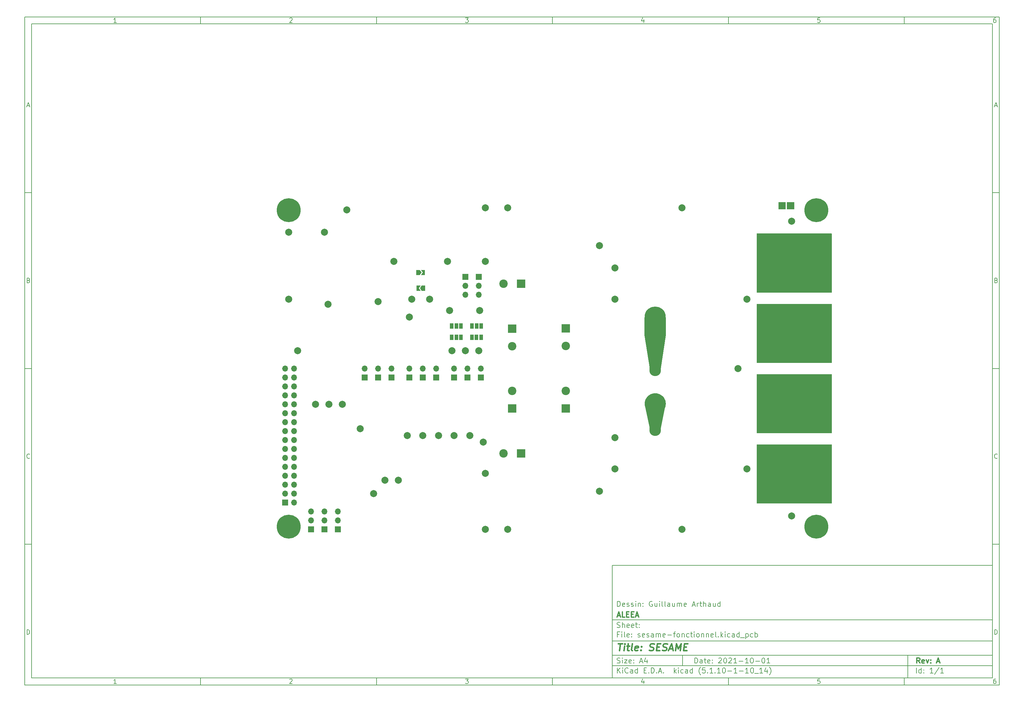
<source format=gbr>
%TF.GenerationSoftware,KiCad,Pcbnew,(5.1.10-1-10_14)*%
%TF.CreationDate,2021-10-01T13:06:55+02:00*%
%TF.ProjectId,sesame-fonctionnel,73657361-6d65-42d6-966f-6e6374696f6e,A*%
%TF.SameCoordinates,Original*%
%TF.FileFunction,Soldermask,Bot*%
%TF.FilePolarity,Negative*%
%FSLAX46Y46*%
G04 Gerber Fmt 4.6, Leading zero omitted, Abs format (unit mm)*
G04 Created by KiCad (PCBNEW (5.1.10-1-10_14)) date 2021-10-01 13:06:55*
%MOMM*%
%LPD*%
G01*
G04 APERTURE LIST*
%ADD10C,0.100000*%
%ADD11C,0.150000*%
%ADD12C,0.300000*%
%ADD13C,0.400000*%
%ADD14C,6.000000*%
%ADD15C,3.000000*%
%ADD16O,3.300000X4.300000*%
%ADD17R,1.000000X1.500000*%
%ADD18C,2.000000*%
%ADD19C,6.800000*%
%ADD20O,1.700000X1.700000*%
%ADD21R,1.700000X1.700000*%
%ADD22C,2.400000*%
%ADD23R,2.400000X2.400000*%
G04 APERTURE END LIST*
D10*
D11*
X177002200Y-166007200D02*
X177002200Y-198007200D01*
X285002200Y-198007200D01*
X285002200Y-166007200D01*
X177002200Y-166007200D01*
D10*
D11*
X10000000Y-10000000D02*
X10000000Y-200007200D01*
X287002200Y-200007200D01*
X287002200Y-10000000D01*
X10000000Y-10000000D01*
D10*
D11*
X12000000Y-12000000D02*
X12000000Y-198007200D01*
X285002200Y-198007200D01*
X285002200Y-12000000D01*
X12000000Y-12000000D01*
D10*
D11*
X60000000Y-12000000D02*
X60000000Y-10000000D01*
D10*
D11*
X110000000Y-12000000D02*
X110000000Y-10000000D01*
D10*
D11*
X160000000Y-12000000D02*
X160000000Y-10000000D01*
D10*
D11*
X210000000Y-12000000D02*
X210000000Y-10000000D01*
D10*
D11*
X260000000Y-12000000D02*
X260000000Y-10000000D01*
D10*
D11*
X36065476Y-11588095D02*
X35322619Y-11588095D01*
X35694047Y-11588095D02*
X35694047Y-10288095D01*
X35570238Y-10473809D01*
X35446428Y-10597619D01*
X35322619Y-10659523D01*
D10*
D11*
X85322619Y-10411904D02*
X85384523Y-10350000D01*
X85508333Y-10288095D01*
X85817857Y-10288095D01*
X85941666Y-10350000D01*
X86003571Y-10411904D01*
X86065476Y-10535714D01*
X86065476Y-10659523D01*
X86003571Y-10845238D01*
X85260714Y-11588095D01*
X86065476Y-11588095D01*
D10*
D11*
X135260714Y-10288095D02*
X136065476Y-10288095D01*
X135632142Y-10783333D01*
X135817857Y-10783333D01*
X135941666Y-10845238D01*
X136003571Y-10907142D01*
X136065476Y-11030952D01*
X136065476Y-11340476D01*
X136003571Y-11464285D01*
X135941666Y-11526190D01*
X135817857Y-11588095D01*
X135446428Y-11588095D01*
X135322619Y-11526190D01*
X135260714Y-11464285D01*
D10*
D11*
X185941666Y-10721428D02*
X185941666Y-11588095D01*
X185632142Y-10226190D02*
X185322619Y-11154761D01*
X186127380Y-11154761D01*
D10*
D11*
X236003571Y-10288095D02*
X235384523Y-10288095D01*
X235322619Y-10907142D01*
X235384523Y-10845238D01*
X235508333Y-10783333D01*
X235817857Y-10783333D01*
X235941666Y-10845238D01*
X236003571Y-10907142D01*
X236065476Y-11030952D01*
X236065476Y-11340476D01*
X236003571Y-11464285D01*
X235941666Y-11526190D01*
X235817857Y-11588095D01*
X235508333Y-11588095D01*
X235384523Y-11526190D01*
X235322619Y-11464285D01*
D10*
D11*
X285941666Y-10288095D02*
X285694047Y-10288095D01*
X285570238Y-10350000D01*
X285508333Y-10411904D01*
X285384523Y-10597619D01*
X285322619Y-10845238D01*
X285322619Y-11340476D01*
X285384523Y-11464285D01*
X285446428Y-11526190D01*
X285570238Y-11588095D01*
X285817857Y-11588095D01*
X285941666Y-11526190D01*
X286003571Y-11464285D01*
X286065476Y-11340476D01*
X286065476Y-11030952D01*
X286003571Y-10907142D01*
X285941666Y-10845238D01*
X285817857Y-10783333D01*
X285570238Y-10783333D01*
X285446428Y-10845238D01*
X285384523Y-10907142D01*
X285322619Y-11030952D01*
D10*
D11*
X60000000Y-198007200D02*
X60000000Y-200007200D01*
D10*
D11*
X110000000Y-198007200D02*
X110000000Y-200007200D01*
D10*
D11*
X160000000Y-198007200D02*
X160000000Y-200007200D01*
D10*
D11*
X210000000Y-198007200D02*
X210000000Y-200007200D01*
D10*
D11*
X260000000Y-198007200D02*
X260000000Y-200007200D01*
D10*
D11*
X36065476Y-199595295D02*
X35322619Y-199595295D01*
X35694047Y-199595295D02*
X35694047Y-198295295D01*
X35570238Y-198481009D01*
X35446428Y-198604819D01*
X35322619Y-198666723D01*
D10*
D11*
X85322619Y-198419104D02*
X85384523Y-198357200D01*
X85508333Y-198295295D01*
X85817857Y-198295295D01*
X85941666Y-198357200D01*
X86003571Y-198419104D01*
X86065476Y-198542914D01*
X86065476Y-198666723D01*
X86003571Y-198852438D01*
X85260714Y-199595295D01*
X86065476Y-199595295D01*
D10*
D11*
X135260714Y-198295295D02*
X136065476Y-198295295D01*
X135632142Y-198790533D01*
X135817857Y-198790533D01*
X135941666Y-198852438D01*
X136003571Y-198914342D01*
X136065476Y-199038152D01*
X136065476Y-199347676D01*
X136003571Y-199471485D01*
X135941666Y-199533390D01*
X135817857Y-199595295D01*
X135446428Y-199595295D01*
X135322619Y-199533390D01*
X135260714Y-199471485D01*
D10*
D11*
X185941666Y-198728628D02*
X185941666Y-199595295D01*
X185632142Y-198233390D02*
X185322619Y-199161961D01*
X186127380Y-199161961D01*
D10*
D11*
X236003571Y-198295295D02*
X235384523Y-198295295D01*
X235322619Y-198914342D01*
X235384523Y-198852438D01*
X235508333Y-198790533D01*
X235817857Y-198790533D01*
X235941666Y-198852438D01*
X236003571Y-198914342D01*
X236065476Y-199038152D01*
X236065476Y-199347676D01*
X236003571Y-199471485D01*
X235941666Y-199533390D01*
X235817857Y-199595295D01*
X235508333Y-199595295D01*
X235384523Y-199533390D01*
X235322619Y-199471485D01*
D10*
D11*
X285941666Y-198295295D02*
X285694047Y-198295295D01*
X285570238Y-198357200D01*
X285508333Y-198419104D01*
X285384523Y-198604819D01*
X285322619Y-198852438D01*
X285322619Y-199347676D01*
X285384523Y-199471485D01*
X285446428Y-199533390D01*
X285570238Y-199595295D01*
X285817857Y-199595295D01*
X285941666Y-199533390D01*
X286003571Y-199471485D01*
X286065476Y-199347676D01*
X286065476Y-199038152D01*
X286003571Y-198914342D01*
X285941666Y-198852438D01*
X285817857Y-198790533D01*
X285570238Y-198790533D01*
X285446428Y-198852438D01*
X285384523Y-198914342D01*
X285322619Y-199038152D01*
D10*
D11*
X10000000Y-60000000D02*
X12000000Y-60000000D01*
D10*
D11*
X10000000Y-110000000D02*
X12000000Y-110000000D01*
D10*
D11*
X10000000Y-160000000D02*
X12000000Y-160000000D01*
D10*
D11*
X10690476Y-35216666D02*
X11309523Y-35216666D01*
X10566666Y-35588095D02*
X11000000Y-34288095D01*
X11433333Y-35588095D01*
D10*
D11*
X11092857Y-84907142D02*
X11278571Y-84969047D01*
X11340476Y-85030952D01*
X11402380Y-85154761D01*
X11402380Y-85340476D01*
X11340476Y-85464285D01*
X11278571Y-85526190D01*
X11154761Y-85588095D01*
X10659523Y-85588095D01*
X10659523Y-84288095D01*
X11092857Y-84288095D01*
X11216666Y-84350000D01*
X11278571Y-84411904D01*
X11340476Y-84535714D01*
X11340476Y-84659523D01*
X11278571Y-84783333D01*
X11216666Y-84845238D01*
X11092857Y-84907142D01*
X10659523Y-84907142D01*
D10*
D11*
X11402380Y-135464285D02*
X11340476Y-135526190D01*
X11154761Y-135588095D01*
X11030952Y-135588095D01*
X10845238Y-135526190D01*
X10721428Y-135402380D01*
X10659523Y-135278571D01*
X10597619Y-135030952D01*
X10597619Y-134845238D01*
X10659523Y-134597619D01*
X10721428Y-134473809D01*
X10845238Y-134350000D01*
X11030952Y-134288095D01*
X11154761Y-134288095D01*
X11340476Y-134350000D01*
X11402380Y-134411904D01*
D10*
D11*
X10659523Y-185588095D02*
X10659523Y-184288095D01*
X10969047Y-184288095D01*
X11154761Y-184350000D01*
X11278571Y-184473809D01*
X11340476Y-184597619D01*
X11402380Y-184845238D01*
X11402380Y-185030952D01*
X11340476Y-185278571D01*
X11278571Y-185402380D01*
X11154761Y-185526190D01*
X10969047Y-185588095D01*
X10659523Y-185588095D01*
D10*
D11*
X287002200Y-60000000D02*
X285002200Y-60000000D01*
D10*
D11*
X287002200Y-110000000D02*
X285002200Y-110000000D01*
D10*
D11*
X287002200Y-160000000D02*
X285002200Y-160000000D01*
D10*
D11*
X285692676Y-35216666D02*
X286311723Y-35216666D01*
X285568866Y-35588095D02*
X286002200Y-34288095D01*
X286435533Y-35588095D01*
D10*
D11*
X286095057Y-84907142D02*
X286280771Y-84969047D01*
X286342676Y-85030952D01*
X286404580Y-85154761D01*
X286404580Y-85340476D01*
X286342676Y-85464285D01*
X286280771Y-85526190D01*
X286156961Y-85588095D01*
X285661723Y-85588095D01*
X285661723Y-84288095D01*
X286095057Y-84288095D01*
X286218866Y-84350000D01*
X286280771Y-84411904D01*
X286342676Y-84535714D01*
X286342676Y-84659523D01*
X286280771Y-84783333D01*
X286218866Y-84845238D01*
X286095057Y-84907142D01*
X285661723Y-84907142D01*
D10*
D11*
X286404580Y-135464285D02*
X286342676Y-135526190D01*
X286156961Y-135588095D01*
X286033152Y-135588095D01*
X285847438Y-135526190D01*
X285723628Y-135402380D01*
X285661723Y-135278571D01*
X285599819Y-135030952D01*
X285599819Y-134845238D01*
X285661723Y-134597619D01*
X285723628Y-134473809D01*
X285847438Y-134350000D01*
X286033152Y-134288095D01*
X286156961Y-134288095D01*
X286342676Y-134350000D01*
X286404580Y-134411904D01*
D10*
D11*
X285661723Y-185588095D02*
X285661723Y-184288095D01*
X285971247Y-184288095D01*
X286156961Y-184350000D01*
X286280771Y-184473809D01*
X286342676Y-184597619D01*
X286404580Y-184845238D01*
X286404580Y-185030952D01*
X286342676Y-185278571D01*
X286280771Y-185402380D01*
X286156961Y-185526190D01*
X285971247Y-185588095D01*
X285661723Y-185588095D01*
D10*
D11*
X200434342Y-193785771D02*
X200434342Y-192285771D01*
X200791485Y-192285771D01*
X201005771Y-192357200D01*
X201148628Y-192500057D01*
X201220057Y-192642914D01*
X201291485Y-192928628D01*
X201291485Y-193142914D01*
X201220057Y-193428628D01*
X201148628Y-193571485D01*
X201005771Y-193714342D01*
X200791485Y-193785771D01*
X200434342Y-193785771D01*
X202577200Y-193785771D02*
X202577200Y-193000057D01*
X202505771Y-192857200D01*
X202362914Y-192785771D01*
X202077200Y-192785771D01*
X201934342Y-192857200D01*
X202577200Y-193714342D02*
X202434342Y-193785771D01*
X202077200Y-193785771D01*
X201934342Y-193714342D01*
X201862914Y-193571485D01*
X201862914Y-193428628D01*
X201934342Y-193285771D01*
X202077200Y-193214342D01*
X202434342Y-193214342D01*
X202577200Y-193142914D01*
X203077200Y-192785771D02*
X203648628Y-192785771D01*
X203291485Y-192285771D02*
X203291485Y-193571485D01*
X203362914Y-193714342D01*
X203505771Y-193785771D01*
X203648628Y-193785771D01*
X204720057Y-193714342D02*
X204577200Y-193785771D01*
X204291485Y-193785771D01*
X204148628Y-193714342D01*
X204077200Y-193571485D01*
X204077200Y-193000057D01*
X204148628Y-192857200D01*
X204291485Y-192785771D01*
X204577200Y-192785771D01*
X204720057Y-192857200D01*
X204791485Y-193000057D01*
X204791485Y-193142914D01*
X204077200Y-193285771D01*
X205434342Y-193642914D02*
X205505771Y-193714342D01*
X205434342Y-193785771D01*
X205362914Y-193714342D01*
X205434342Y-193642914D01*
X205434342Y-193785771D01*
X205434342Y-192857200D02*
X205505771Y-192928628D01*
X205434342Y-193000057D01*
X205362914Y-192928628D01*
X205434342Y-192857200D01*
X205434342Y-193000057D01*
X207220057Y-192428628D02*
X207291485Y-192357200D01*
X207434342Y-192285771D01*
X207791485Y-192285771D01*
X207934342Y-192357200D01*
X208005771Y-192428628D01*
X208077200Y-192571485D01*
X208077200Y-192714342D01*
X208005771Y-192928628D01*
X207148628Y-193785771D01*
X208077200Y-193785771D01*
X209005771Y-192285771D02*
X209148628Y-192285771D01*
X209291485Y-192357200D01*
X209362914Y-192428628D01*
X209434342Y-192571485D01*
X209505771Y-192857200D01*
X209505771Y-193214342D01*
X209434342Y-193500057D01*
X209362914Y-193642914D01*
X209291485Y-193714342D01*
X209148628Y-193785771D01*
X209005771Y-193785771D01*
X208862914Y-193714342D01*
X208791485Y-193642914D01*
X208720057Y-193500057D01*
X208648628Y-193214342D01*
X208648628Y-192857200D01*
X208720057Y-192571485D01*
X208791485Y-192428628D01*
X208862914Y-192357200D01*
X209005771Y-192285771D01*
X210077200Y-192428628D02*
X210148628Y-192357200D01*
X210291485Y-192285771D01*
X210648628Y-192285771D01*
X210791485Y-192357200D01*
X210862914Y-192428628D01*
X210934342Y-192571485D01*
X210934342Y-192714342D01*
X210862914Y-192928628D01*
X210005771Y-193785771D01*
X210934342Y-193785771D01*
X212362914Y-193785771D02*
X211505771Y-193785771D01*
X211934342Y-193785771D02*
X211934342Y-192285771D01*
X211791485Y-192500057D01*
X211648628Y-192642914D01*
X211505771Y-192714342D01*
X213005771Y-193214342D02*
X214148628Y-193214342D01*
X215648628Y-193785771D02*
X214791485Y-193785771D01*
X215220057Y-193785771D02*
X215220057Y-192285771D01*
X215077200Y-192500057D01*
X214934342Y-192642914D01*
X214791485Y-192714342D01*
X216577200Y-192285771D02*
X216720057Y-192285771D01*
X216862914Y-192357200D01*
X216934342Y-192428628D01*
X217005771Y-192571485D01*
X217077200Y-192857200D01*
X217077200Y-193214342D01*
X217005771Y-193500057D01*
X216934342Y-193642914D01*
X216862914Y-193714342D01*
X216720057Y-193785771D01*
X216577200Y-193785771D01*
X216434342Y-193714342D01*
X216362914Y-193642914D01*
X216291485Y-193500057D01*
X216220057Y-193214342D01*
X216220057Y-192857200D01*
X216291485Y-192571485D01*
X216362914Y-192428628D01*
X216434342Y-192357200D01*
X216577200Y-192285771D01*
X217720057Y-193214342D02*
X218862914Y-193214342D01*
X219862914Y-192285771D02*
X220005771Y-192285771D01*
X220148628Y-192357200D01*
X220220057Y-192428628D01*
X220291485Y-192571485D01*
X220362914Y-192857200D01*
X220362914Y-193214342D01*
X220291485Y-193500057D01*
X220220057Y-193642914D01*
X220148628Y-193714342D01*
X220005771Y-193785771D01*
X219862914Y-193785771D01*
X219720057Y-193714342D01*
X219648628Y-193642914D01*
X219577200Y-193500057D01*
X219505771Y-193214342D01*
X219505771Y-192857200D01*
X219577200Y-192571485D01*
X219648628Y-192428628D01*
X219720057Y-192357200D01*
X219862914Y-192285771D01*
X221791485Y-193785771D02*
X220934342Y-193785771D01*
X221362914Y-193785771D02*
X221362914Y-192285771D01*
X221220057Y-192500057D01*
X221077200Y-192642914D01*
X220934342Y-192714342D01*
D10*
D11*
X177002200Y-194507200D02*
X285002200Y-194507200D01*
D10*
D11*
X178434342Y-196585771D02*
X178434342Y-195085771D01*
X179291485Y-196585771D02*
X178648628Y-195728628D01*
X179291485Y-195085771D02*
X178434342Y-195942914D01*
X179934342Y-196585771D02*
X179934342Y-195585771D01*
X179934342Y-195085771D02*
X179862914Y-195157200D01*
X179934342Y-195228628D01*
X180005771Y-195157200D01*
X179934342Y-195085771D01*
X179934342Y-195228628D01*
X181505771Y-196442914D02*
X181434342Y-196514342D01*
X181220057Y-196585771D01*
X181077200Y-196585771D01*
X180862914Y-196514342D01*
X180720057Y-196371485D01*
X180648628Y-196228628D01*
X180577200Y-195942914D01*
X180577200Y-195728628D01*
X180648628Y-195442914D01*
X180720057Y-195300057D01*
X180862914Y-195157200D01*
X181077200Y-195085771D01*
X181220057Y-195085771D01*
X181434342Y-195157200D01*
X181505771Y-195228628D01*
X182791485Y-196585771D02*
X182791485Y-195800057D01*
X182720057Y-195657200D01*
X182577200Y-195585771D01*
X182291485Y-195585771D01*
X182148628Y-195657200D01*
X182791485Y-196514342D02*
X182648628Y-196585771D01*
X182291485Y-196585771D01*
X182148628Y-196514342D01*
X182077200Y-196371485D01*
X182077200Y-196228628D01*
X182148628Y-196085771D01*
X182291485Y-196014342D01*
X182648628Y-196014342D01*
X182791485Y-195942914D01*
X184148628Y-196585771D02*
X184148628Y-195085771D01*
X184148628Y-196514342D02*
X184005771Y-196585771D01*
X183720057Y-196585771D01*
X183577200Y-196514342D01*
X183505771Y-196442914D01*
X183434342Y-196300057D01*
X183434342Y-195871485D01*
X183505771Y-195728628D01*
X183577200Y-195657200D01*
X183720057Y-195585771D01*
X184005771Y-195585771D01*
X184148628Y-195657200D01*
X186005771Y-195800057D02*
X186505771Y-195800057D01*
X186720057Y-196585771D02*
X186005771Y-196585771D01*
X186005771Y-195085771D01*
X186720057Y-195085771D01*
X187362914Y-196442914D02*
X187434342Y-196514342D01*
X187362914Y-196585771D01*
X187291485Y-196514342D01*
X187362914Y-196442914D01*
X187362914Y-196585771D01*
X188077200Y-196585771D02*
X188077200Y-195085771D01*
X188434342Y-195085771D01*
X188648628Y-195157200D01*
X188791485Y-195300057D01*
X188862914Y-195442914D01*
X188934342Y-195728628D01*
X188934342Y-195942914D01*
X188862914Y-196228628D01*
X188791485Y-196371485D01*
X188648628Y-196514342D01*
X188434342Y-196585771D01*
X188077200Y-196585771D01*
X189577200Y-196442914D02*
X189648628Y-196514342D01*
X189577200Y-196585771D01*
X189505771Y-196514342D01*
X189577200Y-196442914D01*
X189577200Y-196585771D01*
X190220057Y-196157200D02*
X190934342Y-196157200D01*
X190077200Y-196585771D02*
X190577200Y-195085771D01*
X191077200Y-196585771D01*
X191577200Y-196442914D02*
X191648628Y-196514342D01*
X191577200Y-196585771D01*
X191505771Y-196514342D01*
X191577200Y-196442914D01*
X191577200Y-196585771D01*
X194577200Y-196585771D02*
X194577200Y-195085771D01*
X194720057Y-196014342D02*
X195148628Y-196585771D01*
X195148628Y-195585771D02*
X194577200Y-196157200D01*
X195791485Y-196585771D02*
X195791485Y-195585771D01*
X195791485Y-195085771D02*
X195720057Y-195157200D01*
X195791485Y-195228628D01*
X195862914Y-195157200D01*
X195791485Y-195085771D01*
X195791485Y-195228628D01*
X197148628Y-196514342D02*
X197005771Y-196585771D01*
X196720057Y-196585771D01*
X196577200Y-196514342D01*
X196505771Y-196442914D01*
X196434342Y-196300057D01*
X196434342Y-195871485D01*
X196505771Y-195728628D01*
X196577200Y-195657200D01*
X196720057Y-195585771D01*
X197005771Y-195585771D01*
X197148628Y-195657200D01*
X198434342Y-196585771D02*
X198434342Y-195800057D01*
X198362914Y-195657200D01*
X198220057Y-195585771D01*
X197934342Y-195585771D01*
X197791485Y-195657200D01*
X198434342Y-196514342D02*
X198291485Y-196585771D01*
X197934342Y-196585771D01*
X197791485Y-196514342D01*
X197720057Y-196371485D01*
X197720057Y-196228628D01*
X197791485Y-196085771D01*
X197934342Y-196014342D01*
X198291485Y-196014342D01*
X198434342Y-195942914D01*
X199791485Y-196585771D02*
X199791485Y-195085771D01*
X199791485Y-196514342D02*
X199648628Y-196585771D01*
X199362914Y-196585771D01*
X199220057Y-196514342D01*
X199148628Y-196442914D01*
X199077200Y-196300057D01*
X199077200Y-195871485D01*
X199148628Y-195728628D01*
X199220057Y-195657200D01*
X199362914Y-195585771D01*
X199648628Y-195585771D01*
X199791485Y-195657200D01*
X202077200Y-197157200D02*
X202005771Y-197085771D01*
X201862914Y-196871485D01*
X201791485Y-196728628D01*
X201720057Y-196514342D01*
X201648628Y-196157200D01*
X201648628Y-195871485D01*
X201720057Y-195514342D01*
X201791485Y-195300057D01*
X201862914Y-195157200D01*
X202005771Y-194942914D01*
X202077200Y-194871485D01*
X203362914Y-195085771D02*
X202648628Y-195085771D01*
X202577200Y-195800057D01*
X202648628Y-195728628D01*
X202791485Y-195657200D01*
X203148628Y-195657200D01*
X203291485Y-195728628D01*
X203362914Y-195800057D01*
X203434342Y-195942914D01*
X203434342Y-196300057D01*
X203362914Y-196442914D01*
X203291485Y-196514342D01*
X203148628Y-196585771D01*
X202791485Y-196585771D01*
X202648628Y-196514342D01*
X202577200Y-196442914D01*
X204077200Y-196442914D02*
X204148628Y-196514342D01*
X204077200Y-196585771D01*
X204005771Y-196514342D01*
X204077200Y-196442914D01*
X204077200Y-196585771D01*
X205577200Y-196585771D02*
X204720057Y-196585771D01*
X205148628Y-196585771D02*
X205148628Y-195085771D01*
X205005771Y-195300057D01*
X204862914Y-195442914D01*
X204720057Y-195514342D01*
X206220057Y-196442914D02*
X206291485Y-196514342D01*
X206220057Y-196585771D01*
X206148628Y-196514342D01*
X206220057Y-196442914D01*
X206220057Y-196585771D01*
X207720057Y-196585771D02*
X206862914Y-196585771D01*
X207291485Y-196585771D02*
X207291485Y-195085771D01*
X207148628Y-195300057D01*
X207005771Y-195442914D01*
X206862914Y-195514342D01*
X208648628Y-195085771D02*
X208791485Y-195085771D01*
X208934342Y-195157200D01*
X209005771Y-195228628D01*
X209077200Y-195371485D01*
X209148628Y-195657200D01*
X209148628Y-196014342D01*
X209077200Y-196300057D01*
X209005771Y-196442914D01*
X208934342Y-196514342D01*
X208791485Y-196585771D01*
X208648628Y-196585771D01*
X208505771Y-196514342D01*
X208434342Y-196442914D01*
X208362914Y-196300057D01*
X208291485Y-196014342D01*
X208291485Y-195657200D01*
X208362914Y-195371485D01*
X208434342Y-195228628D01*
X208505771Y-195157200D01*
X208648628Y-195085771D01*
X209791485Y-196014342D02*
X210934342Y-196014342D01*
X212434342Y-196585771D02*
X211577200Y-196585771D01*
X212005771Y-196585771D02*
X212005771Y-195085771D01*
X211862914Y-195300057D01*
X211720057Y-195442914D01*
X211577200Y-195514342D01*
X213077200Y-196014342D02*
X214220057Y-196014342D01*
X215720057Y-196585771D02*
X214862914Y-196585771D01*
X215291485Y-196585771D02*
X215291485Y-195085771D01*
X215148628Y-195300057D01*
X215005771Y-195442914D01*
X214862914Y-195514342D01*
X216648628Y-195085771D02*
X216791485Y-195085771D01*
X216934342Y-195157200D01*
X217005771Y-195228628D01*
X217077200Y-195371485D01*
X217148628Y-195657200D01*
X217148628Y-196014342D01*
X217077200Y-196300057D01*
X217005771Y-196442914D01*
X216934342Y-196514342D01*
X216791485Y-196585771D01*
X216648628Y-196585771D01*
X216505771Y-196514342D01*
X216434342Y-196442914D01*
X216362914Y-196300057D01*
X216291485Y-196014342D01*
X216291485Y-195657200D01*
X216362914Y-195371485D01*
X216434342Y-195228628D01*
X216505771Y-195157200D01*
X216648628Y-195085771D01*
X217434342Y-196728628D02*
X218577200Y-196728628D01*
X219720057Y-196585771D02*
X218862914Y-196585771D01*
X219291485Y-196585771D02*
X219291485Y-195085771D01*
X219148628Y-195300057D01*
X219005771Y-195442914D01*
X218862914Y-195514342D01*
X221005771Y-195585771D02*
X221005771Y-196585771D01*
X220648628Y-195014342D02*
X220291485Y-196085771D01*
X221220057Y-196085771D01*
X221648628Y-197157200D02*
X221720057Y-197085771D01*
X221862914Y-196871485D01*
X221934342Y-196728628D01*
X222005771Y-196514342D01*
X222077200Y-196157200D01*
X222077200Y-195871485D01*
X222005771Y-195514342D01*
X221934342Y-195300057D01*
X221862914Y-195157200D01*
X221720057Y-194942914D01*
X221648628Y-194871485D01*
D10*
D11*
X177002200Y-191507200D02*
X285002200Y-191507200D01*
D10*
D12*
X264411485Y-193785771D02*
X263911485Y-193071485D01*
X263554342Y-193785771D02*
X263554342Y-192285771D01*
X264125771Y-192285771D01*
X264268628Y-192357200D01*
X264340057Y-192428628D01*
X264411485Y-192571485D01*
X264411485Y-192785771D01*
X264340057Y-192928628D01*
X264268628Y-193000057D01*
X264125771Y-193071485D01*
X263554342Y-193071485D01*
X265625771Y-193714342D02*
X265482914Y-193785771D01*
X265197200Y-193785771D01*
X265054342Y-193714342D01*
X264982914Y-193571485D01*
X264982914Y-193000057D01*
X265054342Y-192857200D01*
X265197200Y-192785771D01*
X265482914Y-192785771D01*
X265625771Y-192857200D01*
X265697200Y-193000057D01*
X265697200Y-193142914D01*
X264982914Y-193285771D01*
X266197200Y-192785771D02*
X266554342Y-193785771D01*
X266911485Y-192785771D01*
X267482914Y-193642914D02*
X267554342Y-193714342D01*
X267482914Y-193785771D01*
X267411485Y-193714342D01*
X267482914Y-193642914D01*
X267482914Y-193785771D01*
X267482914Y-192857200D02*
X267554342Y-192928628D01*
X267482914Y-193000057D01*
X267411485Y-192928628D01*
X267482914Y-192857200D01*
X267482914Y-193000057D01*
X269268628Y-193357200D02*
X269982914Y-193357200D01*
X269125771Y-193785771D02*
X269625771Y-192285771D01*
X270125771Y-193785771D01*
D10*
D11*
X178362914Y-193714342D02*
X178577200Y-193785771D01*
X178934342Y-193785771D01*
X179077200Y-193714342D01*
X179148628Y-193642914D01*
X179220057Y-193500057D01*
X179220057Y-193357200D01*
X179148628Y-193214342D01*
X179077200Y-193142914D01*
X178934342Y-193071485D01*
X178648628Y-193000057D01*
X178505771Y-192928628D01*
X178434342Y-192857200D01*
X178362914Y-192714342D01*
X178362914Y-192571485D01*
X178434342Y-192428628D01*
X178505771Y-192357200D01*
X178648628Y-192285771D01*
X179005771Y-192285771D01*
X179220057Y-192357200D01*
X179862914Y-193785771D02*
X179862914Y-192785771D01*
X179862914Y-192285771D02*
X179791485Y-192357200D01*
X179862914Y-192428628D01*
X179934342Y-192357200D01*
X179862914Y-192285771D01*
X179862914Y-192428628D01*
X180434342Y-192785771D02*
X181220057Y-192785771D01*
X180434342Y-193785771D01*
X181220057Y-193785771D01*
X182362914Y-193714342D02*
X182220057Y-193785771D01*
X181934342Y-193785771D01*
X181791485Y-193714342D01*
X181720057Y-193571485D01*
X181720057Y-193000057D01*
X181791485Y-192857200D01*
X181934342Y-192785771D01*
X182220057Y-192785771D01*
X182362914Y-192857200D01*
X182434342Y-193000057D01*
X182434342Y-193142914D01*
X181720057Y-193285771D01*
X183077200Y-193642914D02*
X183148628Y-193714342D01*
X183077200Y-193785771D01*
X183005771Y-193714342D01*
X183077200Y-193642914D01*
X183077200Y-193785771D01*
X183077200Y-192857200D02*
X183148628Y-192928628D01*
X183077200Y-193000057D01*
X183005771Y-192928628D01*
X183077200Y-192857200D01*
X183077200Y-193000057D01*
X184862914Y-193357200D02*
X185577200Y-193357200D01*
X184720057Y-193785771D02*
X185220057Y-192285771D01*
X185720057Y-193785771D01*
X186862914Y-192785771D02*
X186862914Y-193785771D01*
X186505771Y-192214342D02*
X186148628Y-193285771D01*
X187077200Y-193285771D01*
D10*
D11*
X263434342Y-196585771D02*
X263434342Y-195085771D01*
X264791485Y-196585771D02*
X264791485Y-195085771D01*
X264791485Y-196514342D02*
X264648628Y-196585771D01*
X264362914Y-196585771D01*
X264220057Y-196514342D01*
X264148628Y-196442914D01*
X264077200Y-196300057D01*
X264077200Y-195871485D01*
X264148628Y-195728628D01*
X264220057Y-195657200D01*
X264362914Y-195585771D01*
X264648628Y-195585771D01*
X264791485Y-195657200D01*
X265505771Y-196442914D02*
X265577200Y-196514342D01*
X265505771Y-196585771D01*
X265434342Y-196514342D01*
X265505771Y-196442914D01*
X265505771Y-196585771D01*
X265505771Y-195657200D02*
X265577200Y-195728628D01*
X265505771Y-195800057D01*
X265434342Y-195728628D01*
X265505771Y-195657200D01*
X265505771Y-195800057D01*
X268148628Y-196585771D02*
X267291485Y-196585771D01*
X267720057Y-196585771D02*
X267720057Y-195085771D01*
X267577200Y-195300057D01*
X267434342Y-195442914D01*
X267291485Y-195514342D01*
X269862914Y-195014342D02*
X268577200Y-196942914D01*
X271148628Y-196585771D02*
X270291485Y-196585771D01*
X270720057Y-196585771D02*
X270720057Y-195085771D01*
X270577200Y-195300057D01*
X270434342Y-195442914D01*
X270291485Y-195514342D01*
D10*
D11*
X177002200Y-187507200D02*
X285002200Y-187507200D01*
D10*
D13*
X178714580Y-188211961D02*
X179857438Y-188211961D01*
X179036009Y-190211961D02*
X179286009Y-188211961D01*
X180274104Y-190211961D02*
X180440771Y-188878628D01*
X180524104Y-188211961D02*
X180416961Y-188307200D01*
X180500295Y-188402438D01*
X180607438Y-188307200D01*
X180524104Y-188211961D01*
X180500295Y-188402438D01*
X181107438Y-188878628D02*
X181869342Y-188878628D01*
X181476485Y-188211961D02*
X181262200Y-189926247D01*
X181333628Y-190116723D01*
X181512200Y-190211961D01*
X181702676Y-190211961D01*
X182655057Y-190211961D02*
X182476485Y-190116723D01*
X182405057Y-189926247D01*
X182619342Y-188211961D01*
X184190771Y-190116723D02*
X183988390Y-190211961D01*
X183607438Y-190211961D01*
X183428866Y-190116723D01*
X183357438Y-189926247D01*
X183452676Y-189164342D01*
X183571723Y-188973866D01*
X183774104Y-188878628D01*
X184155057Y-188878628D01*
X184333628Y-188973866D01*
X184405057Y-189164342D01*
X184381247Y-189354819D01*
X183405057Y-189545295D01*
X185155057Y-190021485D02*
X185238390Y-190116723D01*
X185131247Y-190211961D01*
X185047914Y-190116723D01*
X185155057Y-190021485D01*
X185131247Y-190211961D01*
X185286009Y-188973866D02*
X185369342Y-189069104D01*
X185262200Y-189164342D01*
X185178866Y-189069104D01*
X185286009Y-188973866D01*
X185262200Y-189164342D01*
X187524104Y-190116723D02*
X187797914Y-190211961D01*
X188274104Y-190211961D01*
X188476485Y-190116723D01*
X188583628Y-190021485D01*
X188702676Y-189831009D01*
X188726485Y-189640533D01*
X188655057Y-189450057D01*
X188571723Y-189354819D01*
X188393152Y-189259580D01*
X188024104Y-189164342D01*
X187845533Y-189069104D01*
X187762200Y-188973866D01*
X187690771Y-188783390D01*
X187714580Y-188592914D01*
X187833628Y-188402438D01*
X187940771Y-188307200D01*
X188143152Y-188211961D01*
X188619342Y-188211961D01*
X188893152Y-188307200D01*
X189643152Y-189164342D02*
X190309819Y-189164342D01*
X190464580Y-190211961D02*
X189512200Y-190211961D01*
X189762200Y-188211961D01*
X190714580Y-188211961D01*
X191238390Y-190116723D02*
X191512200Y-190211961D01*
X191988390Y-190211961D01*
X192190771Y-190116723D01*
X192297914Y-190021485D01*
X192416961Y-189831009D01*
X192440771Y-189640533D01*
X192369342Y-189450057D01*
X192286009Y-189354819D01*
X192107438Y-189259580D01*
X191738390Y-189164342D01*
X191559819Y-189069104D01*
X191476485Y-188973866D01*
X191405057Y-188783390D01*
X191428866Y-188592914D01*
X191547914Y-188402438D01*
X191655057Y-188307200D01*
X191857438Y-188211961D01*
X192333628Y-188211961D01*
X192607438Y-188307200D01*
X193202676Y-189640533D02*
X194155057Y-189640533D01*
X192940771Y-190211961D02*
X193857438Y-188211961D01*
X194274104Y-190211961D01*
X194940771Y-190211961D02*
X195190771Y-188211961D01*
X195678866Y-189640533D01*
X196524104Y-188211961D01*
X196274104Y-190211961D01*
X197357438Y-189164342D02*
X198024104Y-189164342D01*
X198178866Y-190211961D02*
X197226485Y-190211961D01*
X197476485Y-188211961D01*
X198428866Y-188211961D01*
D10*
D11*
X178934342Y-185600057D02*
X178434342Y-185600057D01*
X178434342Y-186385771D02*
X178434342Y-184885771D01*
X179148628Y-184885771D01*
X179720057Y-186385771D02*
X179720057Y-185385771D01*
X179720057Y-184885771D02*
X179648628Y-184957200D01*
X179720057Y-185028628D01*
X179791485Y-184957200D01*
X179720057Y-184885771D01*
X179720057Y-185028628D01*
X180648628Y-186385771D02*
X180505771Y-186314342D01*
X180434342Y-186171485D01*
X180434342Y-184885771D01*
X181791485Y-186314342D02*
X181648628Y-186385771D01*
X181362914Y-186385771D01*
X181220057Y-186314342D01*
X181148628Y-186171485D01*
X181148628Y-185600057D01*
X181220057Y-185457200D01*
X181362914Y-185385771D01*
X181648628Y-185385771D01*
X181791485Y-185457200D01*
X181862914Y-185600057D01*
X181862914Y-185742914D01*
X181148628Y-185885771D01*
X182505771Y-186242914D02*
X182577200Y-186314342D01*
X182505771Y-186385771D01*
X182434342Y-186314342D01*
X182505771Y-186242914D01*
X182505771Y-186385771D01*
X182505771Y-185457200D02*
X182577200Y-185528628D01*
X182505771Y-185600057D01*
X182434342Y-185528628D01*
X182505771Y-185457200D01*
X182505771Y-185600057D01*
X184291485Y-186314342D02*
X184434342Y-186385771D01*
X184720057Y-186385771D01*
X184862914Y-186314342D01*
X184934342Y-186171485D01*
X184934342Y-186100057D01*
X184862914Y-185957200D01*
X184720057Y-185885771D01*
X184505771Y-185885771D01*
X184362914Y-185814342D01*
X184291485Y-185671485D01*
X184291485Y-185600057D01*
X184362914Y-185457200D01*
X184505771Y-185385771D01*
X184720057Y-185385771D01*
X184862914Y-185457200D01*
X186148628Y-186314342D02*
X186005771Y-186385771D01*
X185720057Y-186385771D01*
X185577200Y-186314342D01*
X185505771Y-186171485D01*
X185505771Y-185600057D01*
X185577200Y-185457200D01*
X185720057Y-185385771D01*
X186005771Y-185385771D01*
X186148628Y-185457200D01*
X186220057Y-185600057D01*
X186220057Y-185742914D01*
X185505771Y-185885771D01*
X186791485Y-186314342D02*
X186934342Y-186385771D01*
X187220057Y-186385771D01*
X187362914Y-186314342D01*
X187434342Y-186171485D01*
X187434342Y-186100057D01*
X187362914Y-185957200D01*
X187220057Y-185885771D01*
X187005771Y-185885771D01*
X186862914Y-185814342D01*
X186791485Y-185671485D01*
X186791485Y-185600057D01*
X186862914Y-185457200D01*
X187005771Y-185385771D01*
X187220057Y-185385771D01*
X187362914Y-185457200D01*
X188720057Y-186385771D02*
X188720057Y-185600057D01*
X188648628Y-185457200D01*
X188505771Y-185385771D01*
X188220057Y-185385771D01*
X188077200Y-185457200D01*
X188720057Y-186314342D02*
X188577200Y-186385771D01*
X188220057Y-186385771D01*
X188077200Y-186314342D01*
X188005771Y-186171485D01*
X188005771Y-186028628D01*
X188077200Y-185885771D01*
X188220057Y-185814342D01*
X188577200Y-185814342D01*
X188720057Y-185742914D01*
X189434342Y-186385771D02*
X189434342Y-185385771D01*
X189434342Y-185528628D02*
X189505771Y-185457200D01*
X189648628Y-185385771D01*
X189862914Y-185385771D01*
X190005771Y-185457200D01*
X190077200Y-185600057D01*
X190077200Y-186385771D01*
X190077200Y-185600057D02*
X190148628Y-185457200D01*
X190291485Y-185385771D01*
X190505771Y-185385771D01*
X190648628Y-185457200D01*
X190720057Y-185600057D01*
X190720057Y-186385771D01*
X192005771Y-186314342D02*
X191862914Y-186385771D01*
X191577200Y-186385771D01*
X191434342Y-186314342D01*
X191362914Y-186171485D01*
X191362914Y-185600057D01*
X191434342Y-185457200D01*
X191577200Y-185385771D01*
X191862914Y-185385771D01*
X192005771Y-185457200D01*
X192077200Y-185600057D01*
X192077200Y-185742914D01*
X191362914Y-185885771D01*
X192720057Y-185814342D02*
X193862914Y-185814342D01*
X194362914Y-185385771D02*
X194934342Y-185385771D01*
X194577200Y-186385771D02*
X194577200Y-185100057D01*
X194648628Y-184957200D01*
X194791485Y-184885771D01*
X194934342Y-184885771D01*
X195648628Y-186385771D02*
X195505771Y-186314342D01*
X195434342Y-186242914D01*
X195362914Y-186100057D01*
X195362914Y-185671485D01*
X195434342Y-185528628D01*
X195505771Y-185457200D01*
X195648628Y-185385771D01*
X195862914Y-185385771D01*
X196005771Y-185457200D01*
X196077200Y-185528628D01*
X196148628Y-185671485D01*
X196148628Y-186100057D01*
X196077200Y-186242914D01*
X196005771Y-186314342D01*
X195862914Y-186385771D01*
X195648628Y-186385771D01*
X196791485Y-185385771D02*
X196791485Y-186385771D01*
X196791485Y-185528628D02*
X196862914Y-185457200D01*
X197005771Y-185385771D01*
X197220057Y-185385771D01*
X197362914Y-185457200D01*
X197434342Y-185600057D01*
X197434342Y-186385771D01*
X198791485Y-186314342D02*
X198648628Y-186385771D01*
X198362914Y-186385771D01*
X198220057Y-186314342D01*
X198148628Y-186242914D01*
X198077200Y-186100057D01*
X198077200Y-185671485D01*
X198148628Y-185528628D01*
X198220057Y-185457200D01*
X198362914Y-185385771D01*
X198648628Y-185385771D01*
X198791485Y-185457200D01*
X199220057Y-185385771D02*
X199791485Y-185385771D01*
X199434342Y-184885771D02*
X199434342Y-186171485D01*
X199505771Y-186314342D01*
X199648628Y-186385771D01*
X199791485Y-186385771D01*
X200291485Y-186385771D02*
X200291485Y-185385771D01*
X200291485Y-184885771D02*
X200220057Y-184957200D01*
X200291485Y-185028628D01*
X200362914Y-184957200D01*
X200291485Y-184885771D01*
X200291485Y-185028628D01*
X201220057Y-186385771D02*
X201077200Y-186314342D01*
X201005771Y-186242914D01*
X200934342Y-186100057D01*
X200934342Y-185671485D01*
X201005771Y-185528628D01*
X201077200Y-185457200D01*
X201220057Y-185385771D01*
X201434342Y-185385771D01*
X201577200Y-185457200D01*
X201648628Y-185528628D01*
X201720057Y-185671485D01*
X201720057Y-186100057D01*
X201648628Y-186242914D01*
X201577200Y-186314342D01*
X201434342Y-186385771D01*
X201220057Y-186385771D01*
X202362914Y-185385771D02*
X202362914Y-186385771D01*
X202362914Y-185528628D02*
X202434342Y-185457200D01*
X202577200Y-185385771D01*
X202791485Y-185385771D01*
X202934342Y-185457200D01*
X203005771Y-185600057D01*
X203005771Y-186385771D01*
X203720057Y-185385771D02*
X203720057Y-186385771D01*
X203720057Y-185528628D02*
X203791485Y-185457200D01*
X203934342Y-185385771D01*
X204148628Y-185385771D01*
X204291485Y-185457200D01*
X204362914Y-185600057D01*
X204362914Y-186385771D01*
X205648628Y-186314342D02*
X205505771Y-186385771D01*
X205220057Y-186385771D01*
X205077200Y-186314342D01*
X205005771Y-186171485D01*
X205005771Y-185600057D01*
X205077200Y-185457200D01*
X205220057Y-185385771D01*
X205505771Y-185385771D01*
X205648628Y-185457200D01*
X205720057Y-185600057D01*
X205720057Y-185742914D01*
X205005771Y-185885771D01*
X206577200Y-186385771D02*
X206434342Y-186314342D01*
X206362914Y-186171485D01*
X206362914Y-184885771D01*
X207148628Y-186242914D02*
X207220057Y-186314342D01*
X207148628Y-186385771D01*
X207077200Y-186314342D01*
X207148628Y-186242914D01*
X207148628Y-186385771D01*
X207862914Y-186385771D02*
X207862914Y-184885771D01*
X208005771Y-185814342D02*
X208434342Y-186385771D01*
X208434342Y-185385771D02*
X207862914Y-185957200D01*
X209077200Y-186385771D02*
X209077200Y-185385771D01*
X209077200Y-184885771D02*
X209005771Y-184957200D01*
X209077200Y-185028628D01*
X209148628Y-184957200D01*
X209077200Y-184885771D01*
X209077200Y-185028628D01*
X210434342Y-186314342D02*
X210291485Y-186385771D01*
X210005771Y-186385771D01*
X209862914Y-186314342D01*
X209791485Y-186242914D01*
X209720057Y-186100057D01*
X209720057Y-185671485D01*
X209791485Y-185528628D01*
X209862914Y-185457200D01*
X210005771Y-185385771D01*
X210291485Y-185385771D01*
X210434342Y-185457200D01*
X211720057Y-186385771D02*
X211720057Y-185600057D01*
X211648628Y-185457200D01*
X211505771Y-185385771D01*
X211220057Y-185385771D01*
X211077200Y-185457200D01*
X211720057Y-186314342D02*
X211577200Y-186385771D01*
X211220057Y-186385771D01*
X211077200Y-186314342D01*
X211005771Y-186171485D01*
X211005771Y-186028628D01*
X211077200Y-185885771D01*
X211220057Y-185814342D01*
X211577200Y-185814342D01*
X211720057Y-185742914D01*
X213077200Y-186385771D02*
X213077200Y-184885771D01*
X213077200Y-186314342D02*
X212934342Y-186385771D01*
X212648628Y-186385771D01*
X212505771Y-186314342D01*
X212434342Y-186242914D01*
X212362914Y-186100057D01*
X212362914Y-185671485D01*
X212434342Y-185528628D01*
X212505771Y-185457200D01*
X212648628Y-185385771D01*
X212934342Y-185385771D01*
X213077200Y-185457200D01*
X213434342Y-186528628D02*
X214577200Y-186528628D01*
X214934342Y-185385771D02*
X214934342Y-186885771D01*
X214934342Y-185457200D02*
X215077200Y-185385771D01*
X215362914Y-185385771D01*
X215505771Y-185457200D01*
X215577200Y-185528628D01*
X215648628Y-185671485D01*
X215648628Y-186100057D01*
X215577200Y-186242914D01*
X215505771Y-186314342D01*
X215362914Y-186385771D01*
X215077200Y-186385771D01*
X214934342Y-186314342D01*
X216934342Y-186314342D02*
X216791485Y-186385771D01*
X216505771Y-186385771D01*
X216362914Y-186314342D01*
X216291485Y-186242914D01*
X216220057Y-186100057D01*
X216220057Y-185671485D01*
X216291485Y-185528628D01*
X216362914Y-185457200D01*
X216505771Y-185385771D01*
X216791485Y-185385771D01*
X216934342Y-185457200D01*
X217577200Y-186385771D02*
X217577200Y-184885771D01*
X217577200Y-185457200D02*
X217720057Y-185385771D01*
X218005771Y-185385771D01*
X218148628Y-185457200D01*
X218220057Y-185528628D01*
X218291485Y-185671485D01*
X218291485Y-186100057D01*
X218220057Y-186242914D01*
X218148628Y-186314342D01*
X218005771Y-186385771D01*
X217720057Y-186385771D01*
X217577200Y-186314342D01*
D10*
D11*
X177002200Y-181507200D02*
X285002200Y-181507200D01*
D10*
D11*
X178362914Y-183614342D02*
X178577200Y-183685771D01*
X178934342Y-183685771D01*
X179077200Y-183614342D01*
X179148628Y-183542914D01*
X179220057Y-183400057D01*
X179220057Y-183257200D01*
X179148628Y-183114342D01*
X179077200Y-183042914D01*
X178934342Y-182971485D01*
X178648628Y-182900057D01*
X178505771Y-182828628D01*
X178434342Y-182757200D01*
X178362914Y-182614342D01*
X178362914Y-182471485D01*
X178434342Y-182328628D01*
X178505771Y-182257200D01*
X178648628Y-182185771D01*
X179005771Y-182185771D01*
X179220057Y-182257200D01*
X179862914Y-183685771D02*
X179862914Y-182185771D01*
X180505771Y-183685771D02*
X180505771Y-182900057D01*
X180434342Y-182757200D01*
X180291485Y-182685771D01*
X180077200Y-182685771D01*
X179934342Y-182757200D01*
X179862914Y-182828628D01*
X181791485Y-183614342D02*
X181648628Y-183685771D01*
X181362914Y-183685771D01*
X181220057Y-183614342D01*
X181148628Y-183471485D01*
X181148628Y-182900057D01*
X181220057Y-182757200D01*
X181362914Y-182685771D01*
X181648628Y-182685771D01*
X181791485Y-182757200D01*
X181862914Y-182900057D01*
X181862914Y-183042914D01*
X181148628Y-183185771D01*
X183077200Y-183614342D02*
X182934342Y-183685771D01*
X182648628Y-183685771D01*
X182505771Y-183614342D01*
X182434342Y-183471485D01*
X182434342Y-182900057D01*
X182505771Y-182757200D01*
X182648628Y-182685771D01*
X182934342Y-182685771D01*
X183077200Y-182757200D01*
X183148628Y-182900057D01*
X183148628Y-183042914D01*
X182434342Y-183185771D01*
X183577200Y-182685771D02*
X184148628Y-182685771D01*
X183791485Y-182185771D02*
X183791485Y-183471485D01*
X183862914Y-183614342D01*
X184005771Y-183685771D01*
X184148628Y-183685771D01*
X184648628Y-183542914D02*
X184720057Y-183614342D01*
X184648628Y-183685771D01*
X184577200Y-183614342D01*
X184648628Y-183542914D01*
X184648628Y-183685771D01*
X184648628Y-182757200D02*
X184720057Y-182828628D01*
X184648628Y-182900057D01*
X184577200Y-182828628D01*
X184648628Y-182757200D01*
X184648628Y-182900057D01*
D10*
D12*
X178482914Y-180257200D02*
X179197200Y-180257200D01*
X178340057Y-180685771D02*
X178840057Y-179185771D01*
X179340057Y-180685771D01*
X180554342Y-180685771D02*
X179840057Y-180685771D01*
X179840057Y-179185771D01*
X181054342Y-179900057D02*
X181554342Y-179900057D01*
X181768628Y-180685771D02*
X181054342Y-180685771D01*
X181054342Y-179185771D01*
X181768628Y-179185771D01*
X182411485Y-179900057D02*
X182911485Y-179900057D01*
X183125771Y-180685771D02*
X182411485Y-180685771D01*
X182411485Y-179185771D01*
X183125771Y-179185771D01*
X183697200Y-180257200D02*
X184411485Y-180257200D01*
X183554342Y-180685771D02*
X184054342Y-179185771D01*
X184554342Y-180685771D01*
D10*
D11*
X178434342Y-177685771D02*
X178434342Y-176185771D01*
X178791485Y-176185771D01*
X179005771Y-176257200D01*
X179148628Y-176400057D01*
X179220057Y-176542914D01*
X179291485Y-176828628D01*
X179291485Y-177042914D01*
X179220057Y-177328628D01*
X179148628Y-177471485D01*
X179005771Y-177614342D01*
X178791485Y-177685771D01*
X178434342Y-177685771D01*
X180505771Y-177614342D02*
X180362914Y-177685771D01*
X180077200Y-177685771D01*
X179934342Y-177614342D01*
X179862914Y-177471485D01*
X179862914Y-176900057D01*
X179934342Y-176757200D01*
X180077200Y-176685771D01*
X180362914Y-176685771D01*
X180505771Y-176757200D01*
X180577200Y-176900057D01*
X180577200Y-177042914D01*
X179862914Y-177185771D01*
X181148628Y-177614342D02*
X181291485Y-177685771D01*
X181577200Y-177685771D01*
X181720057Y-177614342D01*
X181791485Y-177471485D01*
X181791485Y-177400057D01*
X181720057Y-177257200D01*
X181577200Y-177185771D01*
X181362914Y-177185771D01*
X181220057Y-177114342D01*
X181148628Y-176971485D01*
X181148628Y-176900057D01*
X181220057Y-176757200D01*
X181362914Y-176685771D01*
X181577200Y-176685771D01*
X181720057Y-176757200D01*
X182362914Y-177614342D02*
X182505771Y-177685771D01*
X182791485Y-177685771D01*
X182934342Y-177614342D01*
X183005771Y-177471485D01*
X183005771Y-177400057D01*
X182934342Y-177257200D01*
X182791485Y-177185771D01*
X182577200Y-177185771D01*
X182434342Y-177114342D01*
X182362914Y-176971485D01*
X182362914Y-176900057D01*
X182434342Y-176757200D01*
X182577200Y-176685771D01*
X182791485Y-176685771D01*
X182934342Y-176757200D01*
X183648628Y-177685771D02*
X183648628Y-176685771D01*
X183648628Y-176185771D02*
X183577200Y-176257200D01*
X183648628Y-176328628D01*
X183720057Y-176257200D01*
X183648628Y-176185771D01*
X183648628Y-176328628D01*
X184362914Y-176685771D02*
X184362914Y-177685771D01*
X184362914Y-176828628D02*
X184434342Y-176757200D01*
X184577200Y-176685771D01*
X184791485Y-176685771D01*
X184934342Y-176757200D01*
X185005771Y-176900057D01*
X185005771Y-177685771D01*
X185720057Y-177542914D02*
X185791485Y-177614342D01*
X185720057Y-177685771D01*
X185648628Y-177614342D01*
X185720057Y-177542914D01*
X185720057Y-177685771D01*
X185720057Y-176757200D02*
X185791485Y-176828628D01*
X185720057Y-176900057D01*
X185648628Y-176828628D01*
X185720057Y-176757200D01*
X185720057Y-176900057D01*
X188362914Y-176257200D02*
X188220057Y-176185771D01*
X188005771Y-176185771D01*
X187791485Y-176257200D01*
X187648628Y-176400057D01*
X187577200Y-176542914D01*
X187505771Y-176828628D01*
X187505771Y-177042914D01*
X187577200Y-177328628D01*
X187648628Y-177471485D01*
X187791485Y-177614342D01*
X188005771Y-177685771D01*
X188148628Y-177685771D01*
X188362914Y-177614342D01*
X188434342Y-177542914D01*
X188434342Y-177042914D01*
X188148628Y-177042914D01*
X189720057Y-176685771D02*
X189720057Y-177685771D01*
X189077200Y-176685771D02*
X189077200Y-177471485D01*
X189148628Y-177614342D01*
X189291485Y-177685771D01*
X189505771Y-177685771D01*
X189648628Y-177614342D01*
X189720057Y-177542914D01*
X190434342Y-177685771D02*
X190434342Y-176685771D01*
X190434342Y-176185771D02*
X190362914Y-176257200D01*
X190434342Y-176328628D01*
X190505771Y-176257200D01*
X190434342Y-176185771D01*
X190434342Y-176328628D01*
X191362914Y-177685771D02*
X191220057Y-177614342D01*
X191148628Y-177471485D01*
X191148628Y-176185771D01*
X192148628Y-177685771D02*
X192005771Y-177614342D01*
X191934342Y-177471485D01*
X191934342Y-176185771D01*
X193362914Y-177685771D02*
X193362914Y-176900057D01*
X193291485Y-176757200D01*
X193148628Y-176685771D01*
X192862914Y-176685771D01*
X192720057Y-176757200D01*
X193362914Y-177614342D02*
X193220057Y-177685771D01*
X192862914Y-177685771D01*
X192720057Y-177614342D01*
X192648628Y-177471485D01*
X192648628Y-177328628D01*
X192720057Y-177185771D01*
X192862914Y-177114342D01*
X193220057Y-177114342D01*
X193362914Y-177042914D01*
X194720057Y-176685771D02*
X194720057Y-177685771D01*
X194077200Y-176685771D02*
X194077200Y-177471485D01*
X194148628Y-177614342D01*
X194291485Y-177685771D01*
X194505771Y-177685771D01*
X194648628Y-177614342D01*
X194720057Y-177542914D01*
X195434342Y-177685771D02*
X195434342Y-176685771D01*
X195434342Y-176828628D02*
X195505771Y-176757200D01*
X195648628Y-176685771D01*
X195862914Y-176685771D01*
X196005771Y-176757200D01*
X196077200Y-176900057D01*
X196077200Y-177685771D01*
X196077200Y-176900057D02*
X196148628Y-176757200D01*
X196291485Y-176685771D01*
X196505771Y-176685771D01*
X196648628Y-176757200D01*
X196720057Y-176900057D01*
X196720057Y-177685771D01*
X198005771Y-177614342D02*
X197862914Y-177685771D01*
X197577200Y-177685771D01*
X197434342Y-177614342D01*
X197362914Y-177471485D01*
X197362914Y-176900057D01*
X197434342Y-176757200D01*
X197577200Y-176685771D01*
X197862914Y-176685771D01*
X198005771Y-176757200D01*
X198077200Y-176900057D01*
X198077200Y-177042914D01*
X197362914Y-177185771D01*
X199791485Y-177257200D02*
X200505771Y-177257200D01*
X199648628Y-177685771D02*
X200148628Y-176185771D01*
X200648628Y-177685771D01*
X201148628Y-177685771D02*
X201148628Y-176685771D01*
X201148628Y-176971485D02*
X201220057Y-176828628D01*
X201291485Y-176757200D01*
X201434342Y-176685771D01*
X201577200Y-176685771D01*
X201862914Y-176685771D02*
X202434342Y-176685771D01*
X202077200Y-176185771D02*
X202077200Y-177471485D01*
X202148628Y-177614342D01*
X202291485Y-177685771D01*
X202434342Y-177685771D01*
X202934342Y-177685771D02*
X202934342Y-176185771D01*
X203577200Y-177685771D02*
X203577200Y-176900057D01*
X203505771Y-176757200D01*
X203362914Y-176685771D01*
X203148628Y-176685771D01*
X203005771Y-176757200D01*
X202934342Y-176828628D01*
X204934342Y-177685771D02*
X204934342Y-176900057D01*
X204862914Y-176757200D01*
X204720057Y-176685771D01*
X204434342Y-176685771D01*
X204291485Y-176757200D01*
X204934342Y-177614342D02*
X204791485Y-177685771D01*
X204434342Y-177685771D01*
X204291485Y-177614342D01*
X204220057Y-177471485D01*
X204220057Y-177328628D01*
X204291485Y-177185771D01*
X204434342Y-177114342D01*
X204791485Y-177114342D01*
X204934342Y-177042914D01*
X206291485Y-176685771D02*
X206291485Y-177685771D01*
X205648628Y-176685771D02*
X205648628Y-177471485D01*
X205720057Y-177614342D01*
X205862914Y-177685771D01*
X206077200Y-177685771D01*
X206220057Y-177614342D01*
X206291485Y-177542914D01*
X207648628Y-177685771D02*
X207648628Y-176185771D01*
X207648628Y-177614342D02*
X207505771Y-177685771D01*
X207220057Y-177685771D01*
X207077200Y-177614342D01*
X207005771Y-177542914D01*
X206934342Y-177400057D01*
X206934342Y-176971485D01*
X207005771Y-176828628D01*
X207077200Y-176757200D01*
X207220057Y-176685771D01*
X207505771Y-176685771D01*
X207648628Y-176757200D01*
D10*
D11*
X197002200Y-191507200D02*
X197002200Y-194507200D01*
D10*
D11*
X261002200Y-191507200D02*
X261002200Y-198007200D01*
D10*
%TO.C,REF\u002A\u002A*%
G36*
X226198000Y-64645000D02*
G01*
X224198000Y-64645000D01*
X224198000Y-62645000D01*
X226198000Y-62645000D01*
X226198000Y-64645000D01*
G37*
X226198000Y-64645000D02*
X224198000Y-64645000D01*
X224198000Y-62645000D01*
X226198000Y-62645000D01*
X226198000Y-64645000D01*
G36*
X228598000Y-64645000D02*
G01*
X226598000Y-64645000D01*
X226598000Y-62645000D01*
X228598000Y-62645000D01*
X228598000Y-64645000D01*
G37*
X228598000Y-64645000D02*
X226598000Y-64645000D01*
X226598000Y-62645000D01*
X228598000Y-62645000D01*
X228598000Y-64645000D01*
%TD*%
%TO.C,L2*%
G36*
X192249388Y-100507798D02*
G01*
X190749388Y-110007798D01*
X190746918Y-110017283D01*
X190742644Y-110026105D01*
X190736732Y-110033922D01*
X190729409Y-110040437D01*
X190720955Y-110045397D01*
X190711695Y-110048613D01*
X190700000Y-110050000D01*
X187700000Y-110050000D01*
X187690245Y-110049039D01*
X187680866Y-110046194D01*
X187672221Y-110041573D01*
X187664645Y-110035355D01*
X187658427Y-110027779D01*
X187653806Y-110019134D01*
X187650612Y-110007798D01*
X186150612Y-100507798D01*
X186150383Y-100503888D01*
X186150000Y-100500000D01*
X186150000Y-95500000D01*
X186150961Y-95490245D01*
X186153806Y-95480866D01*
X186158427Y-95472221D01*
X186164645Y-95464645D01*
X186172221Y-95458427D01*
X186180866Y-95453806D01*
X186190245Y-95450961D01*
X186200000Y-95450000D01*
X192200000Y-95450000D01*
X192209755Y-95450961D01*
X192219134Y-95453806D01*
X192227779Y-95458427D01*
X192235355Y-95464645D01*
X192241573Y-95472221D01*
X192246194Y-95480866D01*
X192249039Y-95490245D01*
X192250000Y-95500000D01*
X192250000Y-100500000D01*
X192249388Y-100507798D01*
G37*
D14*
X189200000Y-95395000D03*
D15*
X189200000Y-124605000D03*
D10*
G36*
X192198946Y-120060212D02*
G01*
X192196386Y-120072482D01*
X192196386Y-120147203D01*
X192167530Y-120440191D01*
X192110094Y-120728941D01*
X192024632Y-121010670D01*
X191976310Y-121127330D01*
X190748946Y-127010212D01*
X190746013Y-127019564D01*
X190741312Y-127028165D01*
X190735024Y-127035684D01*
X190727389Y-127041831D01*
X190718702Y-127046371D01*
X190709296Y-127049128D01*
X190700000Y-127050000D01*
X187700000Y-127050000D01*
X187690245Y-127049039D01*
X187680866Y-127046194D01*
X187672221Y-127041573D01*
X187664645Y-127035355D01*
X187658427Y-127027779D01*
X187653806Y-127019134D01*
X187651054Y-127010212D01*
X186423690Y-121127329D01*
X186375368Y-121010670D01*
X186289906Y-120728941D01*
X186232470Y-120440191D01*
X186203614Y-120147203D01*
X186203614Y-120072482D01*
X186201054Y-120060212D01*
X186200002Y-120050467D01*
X186200872Y-120040704D01*
X186203614Y-120031349D01*
X186203614Y-119852797D01*
X186232470Y-119559809D01*
X186289906Y-119271059D01*
X186375368Y-118989330D01*
X186488032Y-118717335D01*
X186626814Y-118457692D01*
X186790377Y-118212902D01*
X186977147Y-117985323D01*
X187185323Y-117777147D01*
X187412902Y-117590377D01*
X187657692Y-117426814D01*
X187917335Y-117288032D01*
X188189330Y-117175368D01*
X188471059Y-117089906D01*
X188759809Y-117032470D01*
X189052797Y-117003614D01*
X189347203Y-117003614D01*
X189640191Y-117032470D01*
X189928941Y-117089906D01*
X190210670Y-117175368D01*
X190482665Y-117288032D01*
X190742308Y-117426814D01*
X190987098Y-117590377D01*
X191214677Y-117777147D01*
X191422853Y-117985323D01*
X191609623Y-118212902D01*
X191773186Y-118457692D01*
X191911968Y-118717335D01*
X192024632Y-118989330D01*
X192110094Y-119271059D01*
X192167530Y-119559809D01*
X192196386Y-119852797D01*
X192196386Y-120031499D01*
X192199039Y-120040245D01*
X192200000Y-120050000D01*
X192198946Y-120060212D01*
G37*
D16*
X189200000Y-110000000D03*
X189200000Y-127000000D03*
%TD*%
D10*
%TO.C,JP20*%
G36*
X122800000Y-82695000D02*
G01*
X122300000Y-83445000D01*
X121300000Y-83445000D01*
X121300000Y-81945000D01*
X122300000Y-81945000D01*
X122800000Y-82695000D01*
G37*
G36*
X123750000Y-83445000D02*
G01*
X122600000Y-83445000D01*
X123100000Y-82695000D01*
X122600000Y-81945000D01*
X123750000Y-81945000D01*
X123750000Y-83445000D01*
G37*
%TD*%
%TO.C,JP19*%
G36*
X122340000Y-87140000D02*
G01*
X122840000Y-86390000D01*
X123840000Y-86390000D01*
X123840000Y-87890000D01*
X122840000Y-87890000D01*
X122340000Y-87140000D01*
G37*
G36*
X121390000Y-86390000D02*
G01*
X122540000Y-86390000D01*
X122040000Y-87140000D01*
X122540000Y-87890000D01*
X121390000Y-87890000D01*
X121390000Y-86390000D01*
G37*
%TD*%
D17*
%TO.C,JP18*%
X138400000Y-101110000D03*
X137100000Y-101110000D03*
X139700000Y-101110000D03*
%TD*%
%TO.C,JP17*%
X138430000Y-97935000D03*
X139730000Y-97935000D03*
X137130000Y-97935000D03*
%TD*%
%TO.C,JP16*%
X132685000Y-101110000D03*
X131385000Y-101110000D03*
X133985000Y-101110000D03*
%TD*%
%TO.C,JP15*%
X132685000Y-97935000D03*
X133985000Y-97935000D03*
X131385000Y-97935000D03*
%TD*%
D18*
%TO.C,TP49*%
X114905000Y-79520000D03*
%TD*%
%TO.C,TP48*%
X130145000Y-79520000D03*
%TD*%
%TO.C,TP44*%
X119985000Y-90315000D03*
%TD*%
%TO.C,TP43*%
X125065000Y-90315000D03*
%TD*%
D19*
%TO.C,H4*%
X85000000Y-65000000D03*
%TD*%
%TO.C,H3*%
X85000000Y-155000000D03*
%TD*%
%TO.C,H2*%
X235000000Y-155000000D03*
%TD*%
%TO.C,H1*%
X235000000Y-65000000D03*
%TD*%
D10*
%TO.C,J1*%
G36*
X218050961Y-131640245D02*
G01*
X218053806Y-131630866D01*
X218058427Y-131622221D01*
X218064645Y-131614645D01*
X218072221Y-131608427D01*
X218080866Y-131603806D01*
X218090245Y-131600961D01*
X218100000Y-131600000D01*
X239300000Y-131600000D01*
X239309755Y-131600961D01*
X239319134Y-131603806D01*
X239327779Y-131608427D01*
X239335355Y-131614645D01*
X239341573Y-131622221D01*
X239346194Y-131630866D01*
X239349039Y-131640245D01*
X239350000Y-131650000D01*
X239350000Y-148350000D01*
X239349039Y-148359755D01*
X239346194Y-148369134D01*
X239341573Y-148377779D01*
X239335355Y-148385355D01*
X239327779Y-148391573D01*
X239319134Y-148396194D01*
X239309755Y-148399039D01*
X239300000Y-148400000D01*
X218100000Y-148400000D01*
X218090245Y-148399039D01*
X218080866Y-148396194D01*
X218072221Y-148391573D01*
X218064645Y-148385355D01*
X218058427Y-148377779D01*
X218053806Y-148369134D01*
X218050961Y-148359755D01*
X218050000Y-148350000D01*
X218050000Y-131650000D01*
X218050961Y-131640245D01*
G37*
D18*
X233000000Y-143000000D03*
X233000000Y-137000000D03*
X226000000Y-134000000D03*
X230000000Y-134000000D03*
X233000000Y-134000000D03*
X236000000Y-134000000D03*
X236000000Y-137000000D03*
X236000000Y-140000000D03*
X236000000Y-143000000D03*
X236000000Y-146000000D03*
X233000000Y-146000000D03*
X230000000Y-146000000D03*
X226000000Y-146000000D03*
X223000000Y-137000000D03*
X223000000Y-143000000D03*
X223000000Y-146000000D03*
X223000000Y-134000000D03*
X220000000Y-134000000D03*
X220000000Y-137000000D03*
X220000000Y-146000000D03*
X220000000Y-143000000D03*
X220000000Y-140000000D03*
%TD*%
D10*
%TO.C,J7*%
G36*
X218050961Y-71650245D02*
G01*
X218053806Y-71640866D01*
X218058427Y-71632221D01*
X218064645Y-71624645D01*
X218072221Y-71618427D01*
X218080866Y-71613806D01*
X218090245Y-71610961D01*
X218100000Y-71610000D01*
X239300000Y-71610000D01*
X239309755Y-71610961D01*
X239319134Y-71613806D01*
X239327779Y-71618427D01*
X239335355Y-71624645D01*
X239341573Y-71632221D01*
X239346194Y-71640866D01*
X239349039Y-71650245D01*
X239350000Y-71660000D01*
X239350000Y-88360000D01*
X239349039Y-88369755D01*
X239346194Y-88379134D01*
X239341573Y-88387779D01*
X239335355Y-88395355D01*
X239327779Y-88401573D01*
X239319134Y-88406194D01*
X239309755Y-88409039D01*
X239300000Y-88410000D01*
X218100000Y-88410000D01*
X218090245Y-88409039D01*
X218080866Y-88406194D01*
X218072221Y-88401573D01*
X218064645Y-88395355D01*
X218058427Y-88387779D01*
X218053806Y-88379134D01*
X218050961Y-88369755D01*
X218050000Y-88360000D01*
X218050000Y-71660000D01*
X218050961Y-71650245D01*
G37*
D18*
X233000000Y-83010000D03*
X233000000Y-77010000D03*
X226000000Y-74010000D03*
X230000000Y-74010000D03*
X233000000Y-74010000D03*
X236000000Y-74010000D03*
X236000000Y-77010000D03*
X236000000Y-80010000D03*
X236000000Y-83010000D03*
X236000000Y-86010000D03*
X233000000Y-86010000D03*
X230000000Y-86010000D03*
X226000000Y-86010000D03*
X223000000Y-77010000D03*
X223000000Y-83010000D03*
X223000000Y-86010000D03*
X223000000Y-74010000D03*
X220000000Y-74010000D03*
X220000000Y-77010000D03*
X220000000Y-86010000D03*
X220000000Y-83010000D03*
X220000000Y-80010000D03*
%TD*%
D10*
%TO.C,J8*%
G36*
X218050961Y-111640245D02*
G01*
X218053806Y-111630866D01*
X218058427Y-111622221D01*
X218064645Y-111614645D01*
X218072221Y-111608427D01*
X218080866Y-111603806D01*
X218090245Y-111600961D01*
X218100000Y-111600000D01*
X239300000Y-111600000D01*
X239309755Y-111600961D01*
X239319134Y-111603806D01*
X239327779Y-111608427D01*
X239335355Y-111614645D01*
X239341573Y-111622221D01*
X239346194Y-111630866D01*
X239349039Y-111640245D01*
X239350000Y-111650000D01*
X239350000Y-128350000D01*
X239349039Y-128359755D01*
X239346194Y-128369134D01*
X239341573Y-128377779D01*
X239335355Y-128385355D01*
X239327779Y-128391573D01*
X239319134Y-128396194D01*
X239309755Y-128399039D01*
X239300000Y-128400000D01*
X218100000Y-128400000D01*
X218090245Y-128399039D01*
X218080866Y-128396194D01*
X218072221Y-128391573D01*
X218064645Y-128385355D01*
X218058427Y-128377779D01*
X218053806Y-128369134D01*
X218050961Y-128359755D01*
X218050000Y-128350000D01*
X218050000Y-111650000D01*
X218050961Y-111640245D01*
G37*
D18*
X233000000Y-123000000D03*
X233000000Y-117000000D03*
X226000000Y-114000000D03*
X230000000Y-114000000D03*
X233000000Y-114000000D03*
X236000000Y-114000000D03*
X236000000Y-117000000D03*
X236000000Y-120000000D03*
X236000000Y-123000000D03*
X236000000Y-126000000D03*
X233000000Y-126000000D03*
X230000000Y-126000000D03*
X226000000Y-126000000D03*
X223000000Y-117000000D03*
X223000000Y-123000000D03*
X223000000Y-126000000D03*
X223000000Y-114000000D03*
X220000000Y-114000000D03*
X220000000Y-117000000D03*
X220000000Y-126000000D03*
X220000000Y-123000000D03*
X220000000Y-120000000D03*
%TD*%
D10*
%TO.C,J2*%
G36*
X218050961Y-91640245D02*
G01*
X218053806Y-91630866D01*
X218058427Y-91622221D01*
X218064645Y-91614645D01*
X218072221Y-91608427D01*
X218080866Y-91603806D01*
X218090245Y-91600961D01*
X218100000Y-91600000D01*
X239300000Y-91600000D01*
X239309755Y-91600961D01*
X239319134Y-91603806D01*
X239327779Y-91608427D01*
X239335355Y-91614645D01*
X239341573Y-91622221D01*
X239346194Y-91630866D01*
X239349039Y-91640245D01*
X239350000Y-91650000D01*
X239350000Y-108350000D01*
X239349039Y-108359755D01*
X239346194Y-108369134D01*
X239341573Y-108377779D01*
X239335355Y-108385355D01*
X239327779Y-108391573D01*
X239319134Y-108396194D01*
X239309755Y-108399039D01*
X239300000Y-108400000D01*
X218100000Y-108400000D01*
X218090245Y-108399039D01*
X218080866Y-108396194D01*
X218072221Y-108391573D01*
X218064645Y-108385355D01*
X218058427Y-108377779D01*
X218053806Y-108369134D01*
X218050961Y-108359755D01*
X218050000Y-108350000D01*
X218050000Y-91650000D01*
X218050961Y-91640245D01*
G37*
D18*
X233000000Y-103000000D03*
X233000000Y-97000000D03*
X226000000Y-94000000D03*
X230000000Y-94000000D03*
X233000000Y-94000000D03*
X236000000Y-94000000D03*
X236000000Y-97000000D03*
X236000000Y-100000000D03*
X236000000Y-103000000D03*
X236000000Y-106000000D03*
X233000000Y-106000000D03*
X230000000Y-106000000D03*
X226000000Y-106000000D03*
X223000000Y-97000000D03*
X223000000Y-103000000D03*
X223000000Y-106000000D03*
X223000000Y-94000000D03*
X220000000Y-94000000D03*
X220000000Y-97000000D03*
X220000000Y-106000000D03*
X220000000Y-103000000D03*
X220000000Y-100000000D03*
%TD*%
D20*
%TO.C,J9*%
X86584000Y-110000000D03*
X84044000Y-110000000D03*
X86584000Y-112540000D03*
X84044000Y-112540000D03*
X86584000Y-115080000D03*
X84044000Y-115080000D03*
X86584000Y-117620000D03*
X84044000Y-117620000D03*
X86584000Y-120160000D03*
X84044000Y-120160000D03*
X86584000Y-122700000D03*
X84044000Y-122700000D03*
X86584000Y-125240000D03*
X84044000Y-125240000D03*
X86584000Y-127780000D03*
X84044000Y-127780000D03*
X86584000Y-130320000D03*
X84044000Y-130320000D03*
X86584000Y-132860000D03*
X84044000Y-132860000D03*
X86584000Y-135400000D03*
X84044000Y-135400000D03*
X86584000Y-137940000D03*
X84044000Y-137940000D03*
X86584000Y-140480000D03*
X84044000Y-140480000D03*
X86584000Y-143020000D03*
X84044000Y-143020000D03*
X86584000Y-145560000D03*
X84044000Y-145560000D03*
X86584000Y-148100000D03*
D21*
X84044000Y-148100000D03*
%TD*%
D18*
%TO.C,TP47*%
X177770000Y-90315000D03*
%TD*%
%TO.C,TP46*%
X177770000Y-81425000D03*
%TD*%
%TO.C,TP45*%
X215235000Y-90315000D03*
%TD*%
%TO.C,TP42*%
X101570000Y-64915000D03*
%TD*%
%TO.C,TP41*%
X95220000Y-71265000D03*
%TD*%
%TO.C,TP40*%
X85060000Y-71265000D03*
%TD*%
%TO.C,TP39*%
X85060000Y-90315000D03*
%TD*%
%TO.C,TP38*%
X139307000Y-93490000D03*
%TD*%
%TO.C,TP37*%
X130780000Y-93490000D03*
%TD*%
%TO.C,TP36*%
X119350000Y-95395000D03*
%TD*%
%TO.C,TP35*%
X131415000Y-104920000D03*
%TD*%
%TO.C,TP34*%
X215235000Y-138575000D03*
%TD*%
%TO.C,TP33*%
X177770000Y-129685000D03*
%TD*%
%TO.C,TP32*%
X177770000Y-138575000D03*
%TD*%
%TO.C,TP31*%
X140940000Y-64280000D03*
%TD*%
%TO.C,TP30*%
X140940000Y-79520000D03*
%TD*%
%TO.C,TP29*%
X147290000Y-64280000D03*
%TD*%
%TO.C,TP28*%
X173325000Y-75075000D03*
%TD*%
%TO.C,TP27*%
X196820000Y-64280000D03*
%TD*%
%TO.C,TP26*%
X227935000Y-68090000D03*
%TD*%
%TO.C,TP25*%
X173325000Y-144925000D03*
%TD*%
%TO.C,TP24*%
X196820000Y-155720000D03*
%TD*%
%TO.C,TP23*%
X227935000Y-151910000D03*
%TD*%
%TO.C,TP22*%
X140940000Y-139845000D03*
%TD*%
%TO.C,TP21*%
X140940000Y-155720000D03*
%TD*%
%TO.C,TP20*%
X147290000Y-155720000D03*
%TD*%
%TO.C,TP19*%
X96236000Y-91712000D03*
%TD*%
%TO.C,TP18*%
X87600000Y-104920000D03*
%TD*%
%TO.C,TP17*%
X132050000Y-129050000D03*
%TD*%
%TO.C,TP16*%
X136495000Y-129050000D03*
%TD*%
%TO.C,TP15*%
X123160000Y-129050000D03*
%TD*%
%TO.C,TP14*%
X127605000Y-129050000D03*
%TD*%
%TO.C,TP13*%
X140305000Y-130955000D03*
%TD*%
%TO.C,TP12*%
X109190000Y-145560000D03*
%TD*%
%TO.C,TP11*%
X116175000Y-141750000D03*
%TD*%
%TO.C,TP10*%
X112365000Y-141750000D03*
%TD*%
%TO.C,TP9*%
X118715000Y-129050000D03*
%TD*%
%TO.C,TP8*%
X105380000Y-127145000D03*
%TD*%
%TO.C,TP7*%
X96490000Y-120160000D03*
%TD*%
%TO.C,TP6*%
X100300000Y-120160000D03*
%TD*%
%TO.C,TP5*%
X92680000Y-120160000D03*
%TD*%
%TO.C,TP4*%
X135225000Y-104920000D03*
%TD*%
%TO.C,TP3*%
X110460000Y-90950000D03*
%TD*%
%TO.C,TP2*%
X139035000Y-104920000D03*
%TD*%
%TO.C,TP1*%
X212695000Y-110000000D03*
%TD*%
D20*
%TO.C,JP14*%
X95220000Y-150640000D03*
X95220000Y-153180000D03*
D21*
X95220000Y-155720000D03*
%TD*%
D20*
%TO.C,JP13*%
X91410000Y-150640000D03*
X91410000Y-153180000D03*
D21*
X91410000Y-155720000D03*
%TD*%
D20*
%TO.C,JP12*%
X99030000Y-150640000D03*
X99030000Y-153180000D03*
D21*
X99030000Y-155720000D03*
%TD*%
D20*
%TO.C,JP11*%
X135225000Y-89045000D03*
X135225000Y-86505000D03*
D21*
X135225000Y-83965000D03*
%TD*%
D20*
%TO.C,JP10*%
X139035000Y-89045000D03*
X139035000Y-86505000D03*
D21*
X139035000Y-83965000D03*
%TD*%
D20*
%TO.C,JP9*%
X126970000Y-110000000D03*
D21*
X126970000Y-112540000D03*
%TD*%
D20*
%TO.C,JP8*%
X123160000Y-110000000D03*
D21*
X123160000Y-112540000D03*
%TD*%
D20*
%TO.C,JP7*%
X119350000Y-110000000D03*
D21*
X119350000Y-112540000D03*
%TD*%
D20*
%TO.C,JP6*%
X114270000Y-110000000D03*
D21*
X114270000Y-112540000D03*
%TD*%
D20*
%TO.C,JP5*%
X110460000Y-110000000D03*
D21*
X110460000Y-112540000D03*
%TD*%
D20*
%TO.C,JP4*%
X106650000Y-110000000D03*
D21*
X106650000Y-112540000D03*
%TD*%
D20*
%TO.C,JP3*%
X139670000Y-110000000D03*
D21*
X139670000Y-112540000D03*
%TD*%
D20*
%TO.C,JP2*%
X135860000Y-110000000D03*
D21*
X135860000Y-112540000D03*
%TD*%
D20*
%TO.C,JP1*%
X132050000Y-110000000D03*
D21*
X132050000Y-112540000D03*
%TD*%
D22*
%TO.C,C49*%
X146100000Y-85870000D03*
D23*
X151100000Y-85870000D03*
%TD*%
D22*
%TO.C,C48*%
X148560000Y-103650000D03*
D23*
X148560000Y-98650000D03*
%TD*%
D22*
%TO.C,C47*%
X163800000Y-103570000D03*
D23*
X163800000Y-98570000D03*
%TD*%
D22*
%TO.C,C38*%
X146100000Y-134130000D03*
D23*
X151100000Y-134130000D03*
%TD*%
D22*
%TO.C,C37*%
X148560000Y-116350000D03*
D23*
X148560000Y-121350000D03*
%TD*%
D22*
%TO.C,C36*%
X163800000Y-116350000D03*
D23*
X163800000Y-121350000D03*
%TD*%
M02*

</source>
